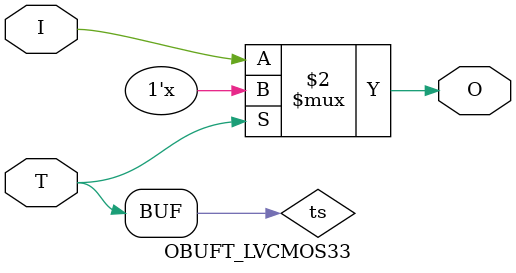
<source format=v>

/*

FUNCTION    : TRI-STATE OUTPUT BUFFER

*/

`celldefine
`timescale  100 ps / 10 ps

module OBUFT_LVCMOS33 (O, I, T);

    output O;

    input  I, T;

    or O1 (ts, 1'b0, T);
    bufif0 T1 (O, I, ts);

endmodule

</source>
